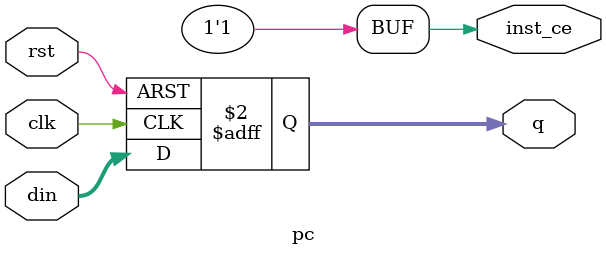
<source format=v>
`timescale 1ns / 1ps


module pc(
    input clk,rst,
    input [31:0] din,
    output reg [31:0] q,
    output inst_ce
    );

    assign inst_ce = 1'b1;

    always@(posedge clk,posedge rst)
        if(rst) q <= 32'b0;
        else q <= din;
endmodule

</source>
